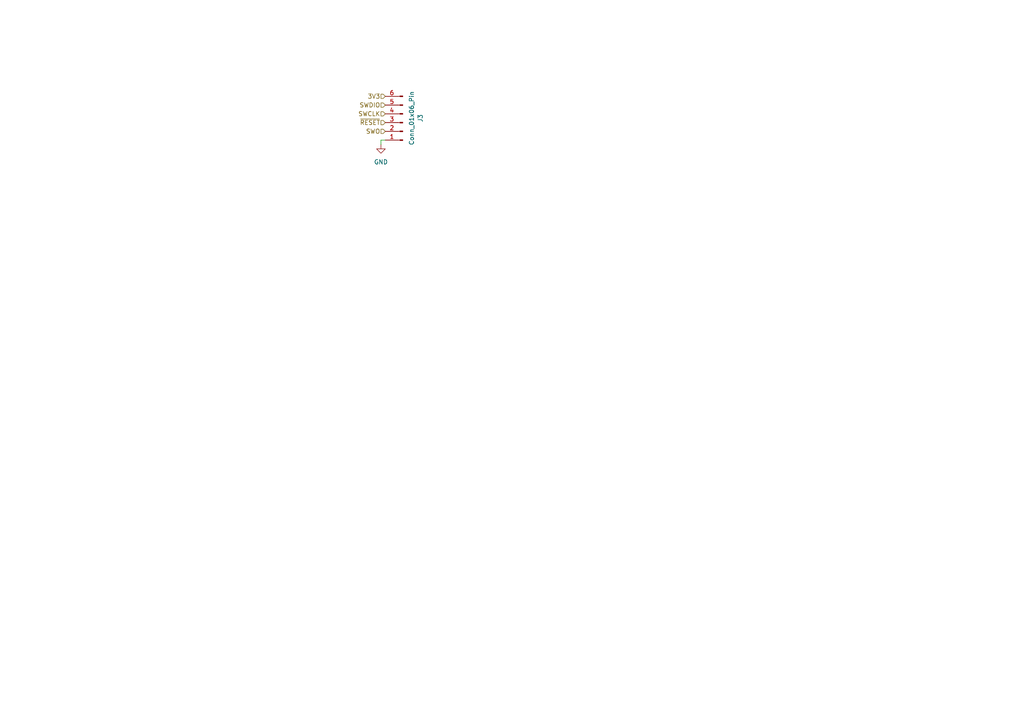
<source format=kicad_sch>
(kicad_sch (version 20230121) (generator eeschema)
  (paper "A4")
  (lib_symbols
    (symbol "Connector:Conn_01x06_Pin" (pin_names (offset 1.016) hide)
      (property "Reference" "J" (at 0 7.62 0))
      (property "Value" "Conn_01x06_Pin" (at 0 -10.16 0))
      (symbol "Conn_01x06_Pin_1_1"
        (polyline (pts (xy 1.27 -7.62) (xy 0.8636 -7.62)) (stroke (width 0.1524)))
        (polyline (pts (xy 1.27 -5.08) (xy 0.8636 -5.08)) (stroke (width 0.1524)))
        (polyline (pts (xy 1.27 -2.54) (xy 0.8636 -2.54)) (stroke (width 0.1524)))
        (polyline (pts (xy 1.27 0) (xy 0.8636 0)) (stroke (width 0.1524)))
        (polyline (pts (xy 1.27 2.54) (xy 0.8636 2.54)) (stroke (width 0.1524)))
        (polyline (pts (xy 1.27 5.08) (xy 0.8636 5.08)) (stroke (width 0.1524)))
        (rectangle (start 0.8636 -7.493) (end 0 -7.747) (stroke (width 0.1524)) (fill (type outline)))
        (rectangle (start 0.8636 -4.953) (end 0 -5.207) (stroke (width 0.1524)) (fill (type outline)))
        (rectangle (start 0.8636 -2.413) (end 0 -2.667) (stroke (width 0.1524)) (fill (type outline)))
        (rectangle (start 0.8636 0.127) (end 0 -0.127) (stroke (width 0.1524)) (fill (type outline)))
        (rectangle (start 0.8636 2.667) (end 0 2.413) (stroke (width 0.1524)) (fill (type outline)))
        (rectangle (start 0.8636 5.207) (end 0 4.953) (stroke (width 0.1524)) (fill (type outline)))
        (pin passive line (at 5.08 5.08 180) (length 3.81) (name "Pin_1") (number "1"))
        (pin passive line (at 5.08 2.54 180) (length 3.81) (name "Pin_2") (number "2"))
        (pin passive line (at 5.08 0 180) (length 3.81) (name "Pin_3") (number "3"))
        (pin passive line (at 5.08 -2.54 180) (length 3.81) (name "Pin_4") (number "4"))
        (pin passive line (at 5.08 -5.08 180) (length 3.81) (name "Pin_5") (number "5"))
        (pin passive line (at 5.08 -7.62 180) (length 3.81) (name "Pin_6") (number "6"))
      )
    )
    (symbol "power:GND" (power) (pin_names (offset 0))
      (property "Value" "GND" (at 0 -3.81 0))
      (symbol "GND_0_1"
        (polyline (pts (xy 0 0) (xy 0 -1.27) (xy 1.27 -1.27) (xy 0 -2.54) (xy -1.27 -1.27) (xy 0 -1.27)))
      )
      (symbol "GND_1_1"
        (pin power_in line (at 0 0 270) (length 0) hide (name "GND") (number "1"))
      )
    )
  )
  (wire (pts (xy 110.49 40.64) (xy 110.49 41.91)))
  (wire (pts (xy 111.76 40.64) (xy 110.49 40.64)))
  (hierarchical_label "~{RESET}" (shape input) (at 111.76 35.56 180))
  (hierarchical_label "SWDIO" (shape input) (at 111.76 30.48 180))
  (hierarchical_label "SWCLK" (shape input) (at 111.76 33.02 180))
  (hierarchical_label "SWO" (shape input) (at 111.76 38.1 180))
  (hierarchical_label "3V3" (shape input) (at 111.76 27.94 180))
  (symbol (lib_id "power:GND") (at 110.49 41.91 0) (unit 1)
    (property "Reference" "#PWR037" (effects hide))
    (property "Value" "GND" (at 110.49 46.99 0))
  )
  (symbol (lib_id "Connector:Conn_01x06_Pin") (at 116.84 35.56 180) (unit 1)
    (property "Reference" "J3" (at 121.92 34.29 90))
    (property "Value" "Conn_01x06_Pin" (at 119.38 34.29 90))
  )
)
</source>
